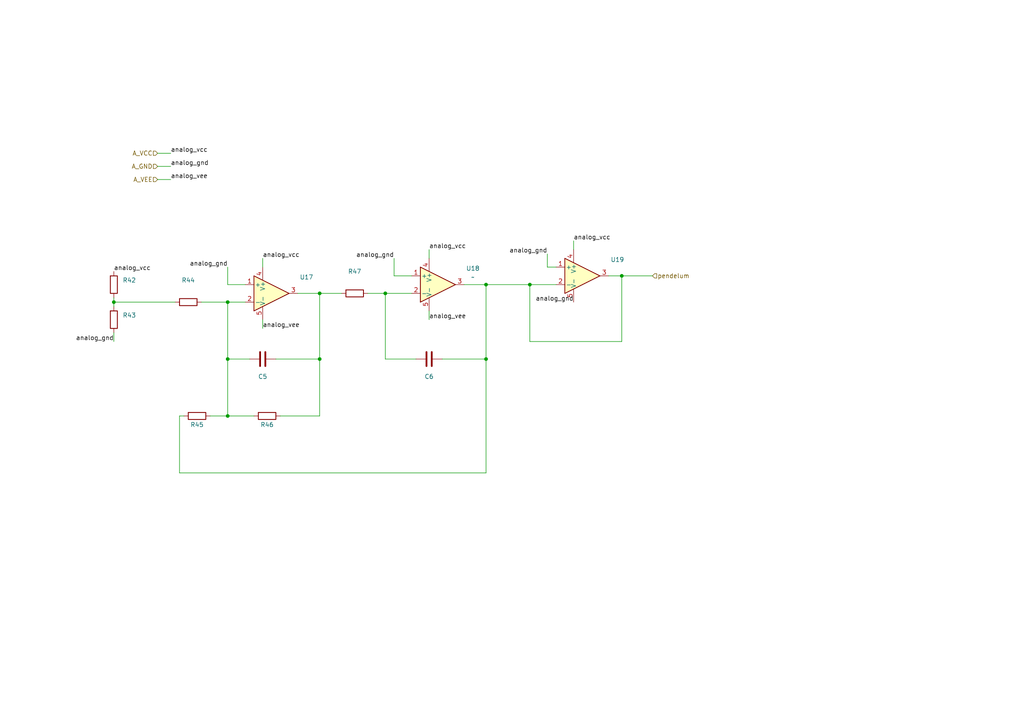
<source format=kicad_sch>
(kicad_sch (version 20211123) (generator eeschema)
  (paper "A4")
  (lib_symbols
    (symbol "Device:C" (pin_numbers hide) (pin_names (offset 0.254))
      (property "Reference" "C" (at 0.635 2.54 0))
      (property "Value" "C" (at 0.635 -2.54 0))
      (symbol "C_0_1"
        (polyline (pts (xy -2.032 -0.762) (xy 2.032 -0.762)) (stroke (width 0.508)))
        (polyline (pts (xy -2.032 0.762) (xy 2.032 0.762)) (stroke (width 0.508)))
      )
      (symbol "C_1_1"
        (pin passive line (at 0 3.81 270) (length 2.794) (name "~") (number "1"))
        (pin passive line (at 0 -3.81 90) (length 2.794) (name "~") (number "2"))
      )
    )
    (symbol "Device:R" (pin_numbers hide) (pin_names (offset 0))
      (property "Reference" "R" (at 2.032 0 90))
      (property "Value" "R" (at 0 0 90))
      (symbol "R_0_1"
        (rectangle (start -1.016 -2.54) (end 1.016 2.54) (stroke (width 0.254)))
      )
      (symbol "R_1_1"
        (pin passive line (at 0 3.81 270) (length 1.27) (name "~") (number "1"))
        (pin passive line (at 0 -3.81 90) (length 1.27) (name "~") (number "2"))
      )
    )
    (symbol "Simulation_SPICE:OPAMP" (pin_names (offset 0.254))
      (property "Reference" "U" (at 3.81 3.175 0))
      (property "Value" "OPAMP" (at 3.81 -3.175 0))
      (symbol "OPAMP_0_1"
        (polyline (pts (xy 5.08 0) (xy -5.08 5.08) (xy -5.08 -5.08) (xy 5.08 0)) (stroke (width 0.254)) (fill (type background)))
      )
      (symbol "OPAMP_1_1"
        (pin input line (at -7.62 2.54 0) (length 2.54) (name "+") (number "1"))
        (pin input line (at -7.62 -2.54 0) (length 2.54) (name "-") (number "2"))
        (pin output line (at 7.62 0 180) (length 2.54) (name "~") (number "3"))
        (pin power_in line (at -2.54 7.62 270) (length 3.81) (name "V+") (number "4"))
        (pin power_in line (at -2.54 -7.62 90) (length 3.81) (name "V-") (number "5"))
      )
    )
  )
  (junction (at 140.97 104.14))
  (junction (at 92.71 85.09))
  (junction (at 111.76 85.09))
  (junction (at 180.34 80.01))
  (junction (at 33.02 87.63))
  (junction (at 66.04 104.14))
  (junction (at 153.67 82.55))
  (junction (at 66.04 87.63))
  (junction (at 66.04 120.65))
  (junction (at 140.97 82.55))
  (junction (at 92.71 104.14))
  (wire (pts (xy 45.72 48.26) (xy 49.53 48.26)))
  (wire (pts (xy 128.27 104.14) (xy 140.97 104.14)))
  (wire (pts (xy 33.02 87.63) (xy 50.8 87.63)))
  (wire (pts (xy 71.12 82.55) (xy 66.04 82.55)))
  (wire (pts (xy 140.97 82.55) (xy 153.67 82.55)))
  (wire (pts (xy 66.04 104.14) (xy 66.04 87.63)))
  (wire (pts (xy 140.97 82.55) (xy 140.97 104.14)))
  (wire (pts (xy 86.36 85.09) (xy 92.71 85.09)))
  (wire (pts (xy 52.07 137.16) (xy 52.07 120.65)))
  (wire (pts (xy 119.38 80.01) (xy 114.3 80.01)))
  (wire (pts (xy 106.68 85.09) (xy 111.76 85.09)))
  (wire (pts (xy 58.42 87.63) (xy 66.04 87.63)))
  (wire (pts (xy 166.37 69.85) (xy 166.37 72.39)))
  (wire (pts (xy 180.34 80.01) (xy 176.53 80.01)))
  (wire (pts (xy 120.65 104.14) (xy 111.76 104.14)))
  (wire (pts (xy 134.62 82.55) (xy 140.97 82.55)))
  (wire (pts (xy 140.97 137.16) (xy 52.07 137.16)))
  (wire (pts (xy 111.76 85.09) (xy 111.76 104.14)))
  (wire (pts (xy 76.2 74.93) (xy 76.2 77.47)))
  (wire (pts (xy 72.39 104.14) (xy 66.04 104.14)))
  (wire (pts (xy 52.07 120.65) (xy 53.34 120.65)))
  (wire (pts (xy 66.04 120.65) (xy 66.04 104.14)))
  (wire (pts (xy 45.72 52.07) (xy 49.53 52.07)))
  (wire (pts (xy 111.76 85.09) (xy 119.38 85.09)))
  (wire (pts (xy 153.67 82.55) (xy 153.67 99.06)))
  (wire (pts (xy 66.04 87.63) (xy 71.12 87.63)))
  (wire (pts (xy 114.3 74.93) (xy 114.3 80.01)))
  (wire (pts (xy 153.67 99.06) (xy 180.34 99.06)))
  (wire (pts (xy 180.34 80.01) (xy 189.23 80.01)))
  (wire (pts (xy 66.04 77.47) (xy 66.04 82.55)))
  (wire (pts (xy 92.71 104.14) (xy 92.71 85.09)))
  (wire (pts (xy 33.02 96.52) (xy 33.02 99.06)))
  (wire (pts (xy 92.71 85.09) (xy 99.06 85.09)))
  (wire (pts (xy 124.46 90.17) (xy 124.46 92.71)))
  (wire (pts (xy 161.29 82.55) (xy 153.67 82.55)))
  (wire (pts (xy 180.34 99.06) (xy 180.34 80.01)))
  (wire (pts (xy 33.02 87.63) (xy 33.02 88.9)))
  (wire (pts (xy 66.04 120.65) (xy 73.66 120.65)))
  (wire (pts (xy 81.28 120.65) (xy 92.71 120.65)))
  (wire (pts (xy 76.2 92.71) (xy 76.2 95.25)))
  (wire (pts (xy 80.01 104.14) (xy 92.71 104.14)))
  (wire (pts (xy 124.46 72.39) (xy 124.46 74.93)))
  (wire (pts (xy 161.29 77.47) (xy 158.75 77.47)))
  (wire (pts (xy 158.75 77.47) (xy 158.75 73.66)))
  (wire (pts (xy 60.96 120.65) (xy 66.04 120.65)))
  (wire (pts (xy 45.72 44.45) (xy 49.53 44.45)))
  (wire (pts (xy 33.02 86.36) (xy 33.02 87.63)))
  (wire (pts (xy 140.97 104.14) (xy 140.97 137.16)))
  (wire (pts (xy 92.71 120.65) (xy 92.71 104.14)))
  (label "analog_vcc" (at 33.02 78.74 0))
  (label "analog_gnd" (at 33.02 99.06 180))
  (label "analog_vcc" (at 76.2 74.93 0))
  (label "analog_vee" (at 76.2 95.25 0))
  (label "analog_vcc" (at 49.53 44.45 0))
  (label "analog_vee" (at 124.46 92.71 0))
  (label "analog_gnd" (at 49.53 48.26 0))
  (label "analog_vcc" (at 124.46 72.39 0))
  (label "analog_vcc" (at 166.37 69.85 0))
  (label "analog_gnd" (at 166.37 87.63 180))
  (label "analog_gnd" (at 114.3 74.93 180))
  (label "analog_gnd" (at 66.04 77.47 180))
  (label "analog_gnd" (at 158.75 73.66 180))
  (label "analog_vee" (at 49.53 52.07 0))
  (hierarchical_label "A_GND" (shape input) (at 45.72 48.26 180))
  (hierarchical_label "pendelum" (shape input) (at 189.23 80.01 0))
  (hierarchical_label "A_VCC" (shape input) (at 45.72 44.45 180))
  (hierarchical_label "A_VEE" (shape input) (at 45.72 52.07 180))
  (symbol (lib_id "Device:C") (at 124.46 104.14 90) (unit 1)
    (property "Reference" "C6" (at 124.46 109.22 90))
  )
  (symbol (lib_id "Simulation_SPICE:OPAMP") (at 168.91 80.01 0) (unit 1)
    (property "Reference" "U19" (at 179.07 75.311 0))
    (property "Spice_Netlist_Enabled" "Y" (effects hide))
    (property "Spice_Primitive" "X" (effects hide))
    (property "Spice_Model" "LM358" (effects hide))
    (property "Spice_Lib_File" "/home/pab/Inventions/analog-circuit-game-console/ms-circuit-video-games/spice-models/LM358-onsemi.mod" (effects hide))
    (property "Spice_Node_Sequence" "1 2 4 5 3" (effects hide))
  )
  (symbol (lib_id "Device:R") (at 57.15 120.65 90) (unit 1)
    (property "Reference" "R45" (at 57.15 123.19 90))
  )
  (symbol (lib_id "Simulation_SPICE:OPAMP") (at 127 82.55 0) (unit 1)
    (property "Reference" "U18" (at 137.16 77.851 0))
    (property "Value" "~" (at 137.16 80.391 0))
    (property "Spice_Netlist_Enabled" "Y" (effects hide))
    (property "Spice_Primitive" "X" (effects hide))
    (property "Spice_Model" "LM358" (effects hide))
    (property "Spice_Lib_File" "/home/pab/Inventions/analog-circuit-game-console/ms-circuit-video-games/spice-models/LM358-onsemi.mod" (effects hide))
    (property "Spice_Node_Sequence" "1 2 4 5 3" (effects hide))
  )
  (symbol (lib_id "Device:R") (at 54.61 87.63 90) (unit 1)
    (property "Reference" "R44" (at 54.61 81.28 90))
  )
  (symbol (lib_id "Device:R") (at 102.87 85.09 90) (unit 1)
    (property "Reference" "R47" (at 102.87 78.74 90))
  )
  (symbol (lib_id "Device:R") (at 33.02 92.71 0) (unit 1)
    (property "Reference" "R43" (at 35.56 91.4399 0) (effects (justify left)))
  )
  (symbol (lib_id "Simulation_SPICE:OPAMP") (at 78.74 85.09 0) (unit 1)
    (property "Reference" "U17" (at 88.9 80.391 0))
    (property "Spice_Netlist_Enabled" "Y" (effects hide))
    (property "Spice_Primitive" "X" (effects hide))
    (property "Spice_Model" "LM358" (effects hide))
    (property "Spice_Lib_File" "/home/pab/Inventions/analog-circuit-game-console/ms-circuit-video-games/spice-models/LM358-onsemi.mod" (effects hide))
    (property "Spice_Node_Sequence" "1 2 4 5 3" (effects hide))
  )
  (symbol (lib_id "Device:R") (at 33.02 82.55 0) (unit 1)
    (property "Reference" "R42" (at 35.56 81.2799 0) (effects (justify left)))
  )
  (symbol (lib_id "Device:C") (at 76.2 104.14 90) (unit 1)
    (property "Reference" "C5" (at 76.2 109.22 90))
  )
  (symbol (lib_id "Device:R") (at 77.47 120.65 90) (unit 1)
    (property "Reference" "R46" (at 77.47 123.19 90))
  )
)
</source>
